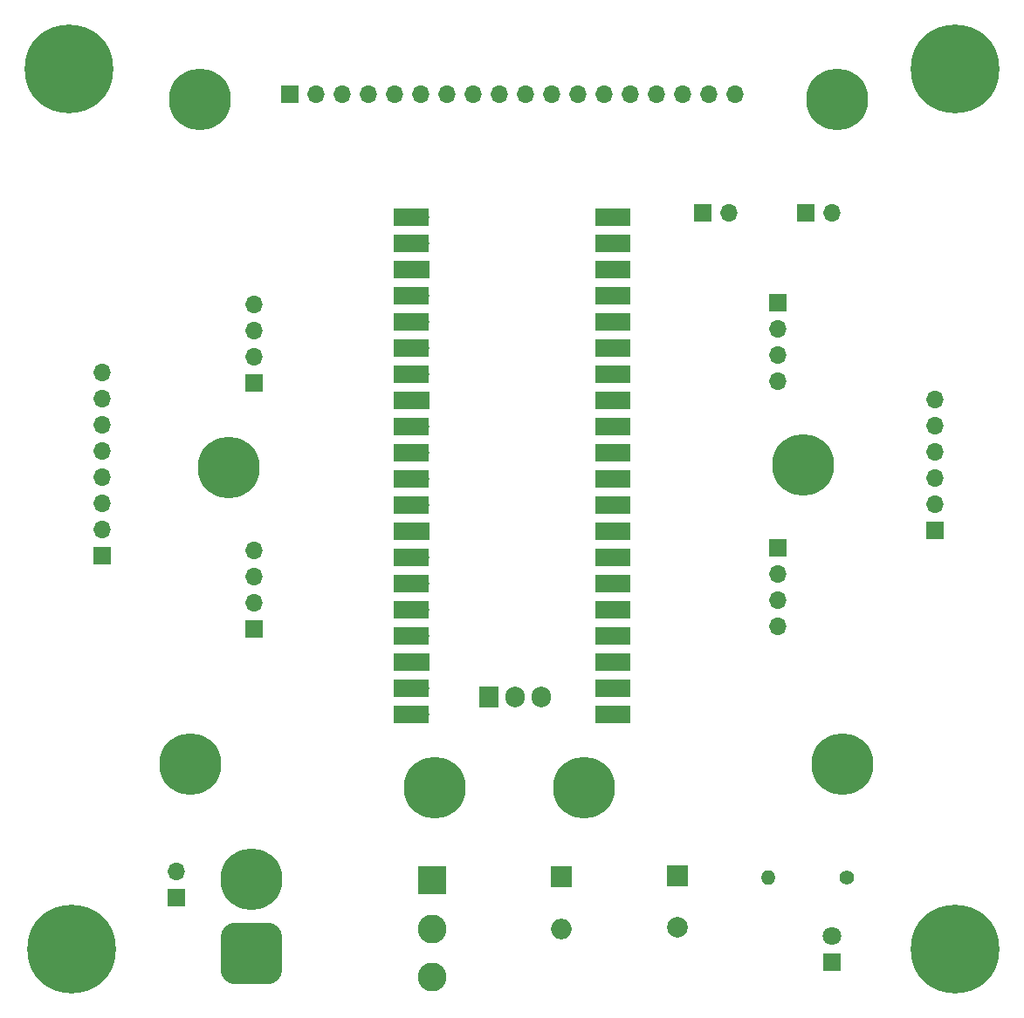
<source format=gbr>
%TF.GenerationSoftware,KiCad,Pcbnew,(6.0.9)*%
%TF.CreationDate,2022-12-14T11:39:08-05:00*%
%TF.ProjectId,Coaster_PCB_CDR,436f6173-7465-4725-9f50-43425f434452,rev?*%
%TF.SameCoordinates,Original*%
%TF.FileFunction,Soldermask,Top*%
%TF.FilePolarity,Negative*%
%FSLAX46Y46*%
G04 Gerber Fmt 4.6, Leading zero omitted, Abs format (unit mm)*
G04 Created by KiCad (PCBNEW (6.0.9)) date 2022-12-14 11:39:08*
%MOMM*%
%LPD*%
G01*
G04 APERTURE LIST*
G04 Aperture macros list*
%AMRoundRect*
0 Rectangle with rounded corners*
0 $1 Rounding radius*
0 $2 $3 $4 $5 $6 $7 $8 $9 X,Y pos of 4 corners*
0 Add a 4 corners polygon primitive as box body*
4,1,4,$2,$3,$4,$5,$6,$7,$8,$9,$2,$3,0*
0 Add four circle primitives for the rounded corners*
1,1,$1+$1,$2,$3*
1,1,$1+$1,$4,$5*
1,1,$1+$1,$6,$7*
1,1,$1+$1,$8,$9*
0 Add four rect primitives between the rounded corners*
20,1,$1+$1,$2,$3,$4,$5,0*
20,1,$1+$1,$4,$5,$6,$7,0*
20,1,$1+$1,$6,$7,$8,$9,0*
20,1,$1+$1,$8,$9,$2,$3,0*%
G04 Aperture macros list end*
%ADD10C,6.000000*%
%ADD11R,1.700000X1.700000*%
%ADD12O,1.700000X1.700000*%
%ADD13R,2.794000X2.794000*%
%ADD14C,2.794000*%
%ADD15C,0.900000*%
%ADD16C,8.600000*%
%ADD17R,1.800000X1.800000*%
%ADD18C,1.800000*%
%ADD19R,2.000000X2.000000*%
%ADD20O,2.000000X2.000000*%
%ADD21C,2.000000*%
%ADD22R,1.905000X2.000000*%
%ADD23O,1.905000X2.000000*%
%ADD24RoundRect,1.500000X1.500000X-1.500000X1.500000X1.500000X-1.500000X1.500000X-1.500000X-1.500000X0*%
%ADD25C,1.400000*%
%ADD26O,1.400000X1.400000*%
%ADD27R,3.500000X1.700000*%
G04 APERTURE END LIST*
D10*
%TO.C,J11*%
X95500000Y-131750000D03*
%TD*%
D11*
%TO.C,RF1*%
X152525000Y-86950000D03*
D12*
X152525000Y-89490000D03*
X152525000Y-92030000D03*
X152525000Y-94570000D03*
%TD*%
D10*
%TO.C,J15*%
X158250000Y-67250000D03*
%TD*%
D13*
%TO.C,SW1*%
X119000000Y-143051000D03*
D14*
X119000000Y-147750000D03*
X119000000Y-152449000D03*
%TD*%
D11*
%TO.C,J13*%
X155250000Y-78225000D03*
D12*
X157790000Y-78225000D03*
%TD*%
D15*
%TO.C,H3*%
X172030419Y-147469581D03*
X169750000Y-146525000D03*
D16*
X169750000Y-149750000D03*
D15*
X166525000Y-149750000D03*
X172030419Y-152030419D03*
X167469581Y-147469581D03*
X169750000Y-152975000D03*
X172975000Y-149750000D03*
X167469581Y-152030419D03*
%TD*%
D11*
%TO.C,J9*%
X86975000Y-111490000D03*
D12*
X86975000Y-108950000D03*
X86975000Y-106410000D03*
X86975000Y-103870000D03*
X86975000Y-101330000D03*
X86975000Y-98790000D03*
X86975000Y-96250000D03*
X86975000Y-93710000D03*
%TD*%
D17*
%TO.C,D3*%
X157750000Y-151025000D03*
D18*
X157750000Y-148485000D03*
%TD*%
D19*
%TO.C,D1*%
X131555000Y-142695354D03*
D20*
X131555000Y-147775354D03*
%TD*%
D16*
%TO.C,H1*%
X83750000Y-64250000D03*
D15*
X81469581Y-66530419D03*
X86030419Y-66530419D03*
X86975000Y-64250000D03*
X81469581Y-61969581D03*
X86030419Y-61969581D03*
X83750000Y-61025000D03*
X80525000Y-64250000D03*
X83750000Y-67475000D03*
%TD*%
D10*
%TO.C,J14*%
X158750000Y-131750000D03*
%TD*%
%TO.C,J12*%
X99250000Y-103000000D03*
%TD*%
D11*
%TO.C,J8*%
X105175000Y-66725000D03*
D12*
X107715000Y-66725000D03*
X110255000Y-66725000D03*
X112795000Y-66725000D03*
X115335000Y-66725000D03*
X117875000Y-66725000D03*
X120415000Y-66725000D03*
X122955000Y-66725000D03*
X125495000Y-66725000D03*
X128035000Y-66725000D03*
X130575000Y-66725000D03*
X133115000Y-66725000D03*
X135655000Y-66725000D03*
X138195000Y-66725000D03*
X140735000Y-66725000D03*
X143275000Y-66725000D03*
X145815000Y-66725000D03*
X148355000Y-66725000D03*
%TD*%
D19*
%TO.C,C1*%
X142750000Y-142632323D03*
D21*
X142750000Y-147632323D03*
%TD*%
D10*
%TO.C,J5*%
X96500000Y-67250000D03*
%TD*%
D22*
%TO.C,U2*%
X124460000Y-125222500D03*
D23*
X127000000Y-125222500D03*
X129540000Y-125222500D03*
%TD*%
D11*
%TO.C,J2*%
X167725000Y-109075000D03*
D12*
X167725000Y-106535000D03*
X167725000Y-103995000D03*
X167725000Y-101455000D03*
X167725000Y-98915000D03*
X167725000Y-96375000D03*
%TD*%
D11*
%TO.C,J4*%
X145250000Y-78252500D03*
D12*
X147790000Y-78252500D03*
%TD*%
D15*
%TO.C,H2*%
X167469581Y-61969581D03*
X166525000Y-64250000D03*
D16*
X169750000Y-64250000D03*
D15*
X169750000Y-61025000D03*
X169750000Y-67475000D03*
X172030419Y-61969581D03*
X167469581Y-66530419D03*
X172030419Y-66530419D03*
X172975000Y-64250000D03*
%TD*%
D24*
%TO.C,J1*%
X101500000Y-150100000D03*
D10*
X101500000Y-142900000D03*
%TD*%
D11*
%TO.C,J6*%
X94225000Y-144750000D03*
D12*
X94225000Y-142210000D03*
%TD*%
D25*
%TO.C,R1*%
X159250000Y-142750000D03*
D26*
X151630000Y-142750000D03*
%TD*%
D11*
%TO.C,LB1*%
X101725000Y-118620000D03*
D12*
X101725000Y-116080000D03*
X101725000Y-113540000D03*
X101725000Y-111000000D03*
%TD*%
D15*
%TO.C,H4*%
X87225000Y-149750000D03*
X80775000Y-149750000D03*
X84000000Y-146525000D03*
X81719581Y-147469581D03*
X81719581Y-152030419D03*
D16*
X84000000Y-149750000D03*
D15*
X86280419Y-152030419D03*
X86280419Y-147469581D03*
X84000000Y-152975000D03*
%TD*%
D11*
%TO.C,LF1*%
X101725000Y-94800000D03*
D12*
X101725000Y-92260000D03*
X101725000Y-89720000D03*
X101725000Y-87180000D03*
%TD*%
D10*
%TO.C,J7*%
X119250000Y-134027500D03*
%TD*%
%TO.C,J3*%
X133750000Y-134027500D03*
%TD*%
%TO.C,J10*%
X155000000Y-102750000D03*
%TD*%
D11*
%TO.C,RB1*%
X152525000Y-110750000D03*
D12*
X152525000Y-113290000D03*
X152525000Y-115830000D03*
X152525000Y-118370000D03*
%TD*%
D27*
%TO.C,U1*%
X116960000Y-78647500D03*
D12*
X117860000Y-78647500D03*
X117860000Y-81187500D03*
D27*
X116960000Y-81187500D03*
D11*
X117860000Y-83727500D03*
D27*
X116960000Y-83727500D03*
D12*
X117860000Y-86267500D03*
D27*
X116960000Y-86267500D03*
D12*
X117860000Y-88807500D03*
D27*
X116960000Y-88807500D03*
X116960000Y-91347500D03*
D12*
X117860000Y-91347500D03*
D27*
X116960000Y-93887500D03*
D12*
X117860000Y-93887500D03*
D11*
X117860000Y-96427500D03*
D27*
X116960000Y-96427500D03*
X116960000Y-98967500D03*
D12*
X117860000Y-98967500D03*
X117860000Y-101507500D03*
D27*
X116960000Y-101507500D03*
X116960000Y-104047500D03*
D12*
X117860000Y-104047500D03*
X117860000Y-106587500D03*
D27*
X116960000Y-106587500D03*
D11*
X117860000Y-109127500D03*
D27*
X116960000Y-109127500D03*
D12*
X117860000Y-111667500D03*
D27*
X116960000Y-111667500D03*
X116960000Y-114207500D03*
D12*
X117860000Y-114207500D03*
X117860000Y-116747500D03*
D27*
X116960000Y-116747500D03*
X116960000Y-119287500D03*
D12*
X117860000Y-119287500D03*
D11*
X117860000Y-121827500D03*
D27*
X116960000Y-121827500D03*
D12*
X117860000Y-124367500D03*
D27*
X116960000Y-124367500D03*
D12*
X117860000Y-126907500D03*
D27*
X116960000Y-126907500D03*
D12*
X135640000Y-126907500D03*
D27*
X136540000Y-126907500D03*
D12*
X135640000Y-124367500D03*
D27*
X136540000Y-124367500D03*
X136540000Y-121827500D03*
D11*
X135640000Y-121827500D03*
D27*
X136540000Y-119287500D03*
D12*
X135640000Y-119287500D03*
D27*
X136540000Y-116747500D03*
D12*
X135640000Y-116747500D03*
X135640000Y-114207500D03*
D27*
X136540000Y-114207500D03*
D12*
X135640000Y-111667500D03*
D27*
X136540000Y-111667500D03*
D11*
X135640000Y-109127500D03*
D27*
X136540000Y-109127500D03*
X136540000Y-106587500D03*
D12*
X135640000Y-106587500D03*
X135640000Y-104047500D03*
D27*
X136540000Y-104047500D03*
D12*
X135640000Y-101507500D03*
D27*
X136540000Y-101507500D03*
D12*
X135640000Y-98967500D03*
D27*
X136540000Y-98967500D03*
X136540000Y-96427500D03*
D11*
X135640000Y-96427500D03*
D12*
X135640000Y-93887500D03*
D27*
X136540000Y-93887500D03*
X136540000Y-91347500D03*
D12*
X135640000Y-91347500D03*
D27*
X136540000Y-88807500D03*
D12*
X135640000Y-88807500D03*
D27*
X136540000Y-86267500D03*
D12*
X135640000Y-86267500D03*
D11*
X135640000Y-83727500D03*
D27*
X136540000Y-83727500D03*
D12*
X135640000Y-81187500D03*
D27*
X136540000Y-81187500D03*
X136540000Y-78647500D03*
D12*
X135640000Y-78647500D03*
%TD*%
M02*

</source>
